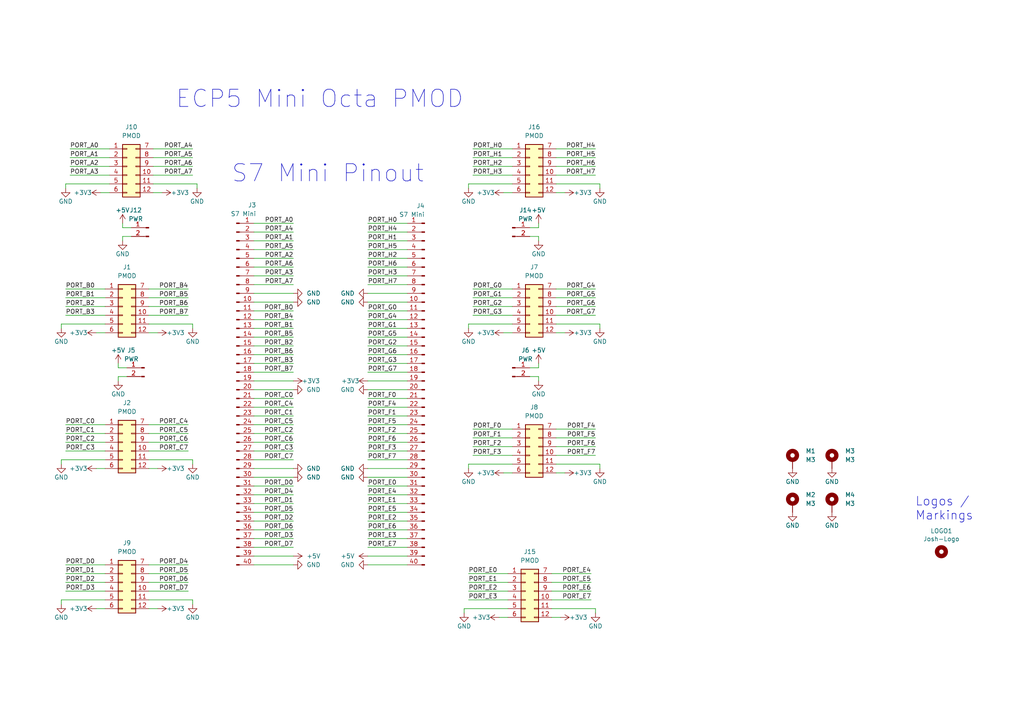
<source format=kicad_sch>
(kicad_sch (version 20200828) (generator eeschema)
  (page 1 1)
  (paper "A4")
  (title_block (title "Quad PMOD") (date "2020-09-20") (rev "0.1"))
  (lib_symbols
    (symbol "Connector:Conn_01x02_Male" (pin_names (offset 1.016) hide)
      (property "Reference" "J" (at 0 2.54 0))
      (property "Value" "Conn_01x02_Male" (at 0 -5.08 0))
      (symbol "Conn_01x02_Male_1_1"
        (pin passive line (at 5.08 0 180) (length 3.81) (name "Pin_1") (number "1"))
        (pin passive line (at 5.08 -2.54 180) (length 3.81) (name "Pin_2") (number "2"))
      )
    )
    (symbol "Connector:Conn_01x40_Male" (pin_names (offset 1.016) hide)
      (property "Reference" "J" (at 0 50.8 0))
      (property "Value" "Conn_01x40_Male" (at 0 -53.34 0))
      (symbol "Conn_01x40_Male_1_1"
        (pin passive line (at 5.08 48.26 180) (length 3.81) (name "Pin_1") (number "1"))
        (pin passive line (at 5.08 25.4 180) (length 3.81) (name "Pin_10") (number "10"))
        (pin passive line (at 5.08 22.86 180) (length 3.81) (name "Pin_11") (number "11"))
        (pin passive line (at 5.08 20.32 180) (length 3.81) (name "Pin_12") (number "12"))
        (pin passive line (at 5.08 17.78 180) (length 3.81) (name "Pin_13") (number "13"))
        (pin passive line (at 5.08 15.24 180) (length 3.81) (name "Pin_14") (number "14"))
        (pin passive line (at 5.08 12.7 180) (length 3.81) (name "Pin_15") (number "15"))
        (pin passive line (at 5.08 10.16 180) (length 3.81) (name "Pin_16") (number "16"))
        (pin passive line (at 5.08 7.62 180) (length 3.81) (name "Pin_17") (number "17"))
        (pin passive line (at 5.08 5.08 180) (length 3.81) (name "Pin_18") (number "18"))
        (pin passive line (at 5.08 2.54 180) (length 3.81) (name "Pin_19") (number "19"))
        (pin passive line (at 5.08 45.72 180) (length 3.81) (name "Pin_2") (number "2"))
        (pin passive line (at 5.08 0 180) (length 3.81) (name "Pin_20") (number "20"))
        (pin passive line (at 5.08 -2.54 180) (length 3.81) (name "Pin_21") (number "21"))
        (pin passive line (at 5.08 -5.08 180) (length 3.81) (name "Pin_22") (number "22"))
        (pin passive line (at 5.08 -7.62 180) (length 3.81) (name "Pin_23") (number "23"))
        (pin passive line (at 5.08 -10.16 180) (length 3.81) (name "Pin_24") (number "24"))
        (pin passive line (at 5.08 -12.7 180) (length 3.81) (name "Pin_25") (number "25"))
        (pin passive line (at 5.08 -15.24 180) (length 3.81) (name "Pin_26") (number "26"))
        (pin passive line (at 5.08 -17.78 180) (length 3.81) (name "Pin_27") (number "27"))
        (pin passive line (at 5.08 -20.32 180) (length 3.81) (name "Pin_28") (number "28"))
        (pin passive line (at 5.08 -22.86 180) (length 3.81) (name "Pin_29") (number "29"))
        (pin passive line (at 5.08 43.18 180) (length 3.81) (name "Pin_3") (number "3"))
        (pin passive line (at 5.08 -25.4 180) (length 3.81) (name "Pin_30") (number "30"))
        (pin passive line (at 5.08 -27.94 180) (length 3.81) (name "Pin_31") (number "31"))
        (pin passive line (at 5.08 -30.48 180) (length 3.81) (name "Pin_32") (number "32"))
        (pin passive line (at 5.08 -33.02 180) (length 3.81) (name "Pin_33") (number "33"))
        (pin passive line (at 5.08 -35.56 180) (length 3.81) (name "Pin_34") (number "34"))
        (pin passive line (at 5.08 -38.1 180) (length 3.81) (name "Pin_35") (number "35"))
        (pin passive line (at 5.08 -40.64 180) (length 3.81) (name "Pin_36") (number "36"))
        (pin passive line (at 5.08 -43.18 180) (length 3.81) (name "Pin_37") (number "37"))
        (pin passive line (at 5.08 -45.72 180) (length 3.81) (name "Pin_38") (number "38"))
        (pin passive line (at 5.08 -48.26 180) (length 3.81) (name "Pin_39") (number "39"))
        (pin passive line (at 5.08 40.64 180) (length 3.81) (name "Pin_4") (number "4"))
        (pin passive line (at 5.08 -50.8 180) (length 3.81) (name "Pin_40") (number "40"))
        (pin passive line (at 5.08 38.1 180) (length 3.81) (name "Pin_5") (number "5"))
        (pin passive line (at 5.08 35.56 180) (length 3.81) (name "Pin_6") (number "6"))
        (pin passive line (at 5.08 33.02 180) (length 3.81) (name "Pin_7") (number "7"))
        (pin passive line (at 5.08 30.48 180) (length 3.81) (name "Pin_8") (number "8"))
        (pin passive line (at 5.08 27.94 180) (length 3.81) (name "Pin_9") (number "9"))
      )
    )
    (symbol "Connector:Conn_01x40_Male_1" (pin_names (offset 1.016) hide)
      (property "Reference" "J" (at 0 50.8 0))
      (property "Value" "Conn_01x40_Male" (at 0 -53.34 0))
      (symbol "Conn_01x40_Male_1_1_1"
        (pin passive line (at 5.08 48.26 180) (length 3.81) (name "Pin_1") (number "1"))
        (pin passive line (at 5.08 25.4 180) (length 3.81) (name "Pin_10") (number "10"))
        (pin passive line (at 5.08 22.86 180) (length 3.81) (name "Pin_11") (number "11"))
        (pin passive line (at 5.08 20.32 180) (length 3.81) (name "Pin_12") (number "12"))
        (pin passive line (at 5.08 17.78 180) (length 3.81) (name "Pin_13") (number "13"))
        (pin passive line (at 5.08 15.24 180) (length 3.81) (name "Pin_14") (number "14"))
        (pin passive line (at 5.08 12.7 180) (length 3.81) (name "Pin_15") (number "15"))
        (pin passive line (at 5.08 10.16 180) (length 3.81) (name "Pin_16") (number "16"))
        (pin passive line (at 5.08 7.62 180) (length 3.81) (name "Pin_17") (number "17"))
        (pin passive line (at 5.08 5.08 180) (length 3.81) (name "Pin_18") (number "18"))
        (pin passive line (at 5.08 2.54 180) (length 3.81) (name "Pin_19") (number "19"))
        (pin passive line (at 5.08 45.72 180) (length 3.81) (name "Pin_2") (number "2"))
        (pin passive line (at 5.08 0 180) (length 3.81) (name "Pin_20") (number "20"))
        (pin passive line (at 5.08 -2.54 180) (length 3.81) (name "Pin_21") (number "21"))
        (pin passive line (at 5.08 -5.08 180) (length 3.81) (name "Pin_22") (number "22"))
        (pin passive line (at 5.08 -7.62 180) (length 3.81) (name "Pin_23") (number "23"))
        (pin passive line (at 5.08 -10.16 180) (length 3.81) (name "Pin_24") (number "24"))
        (pin passive line (at 5.08 -12.7 180) (length 3.81) (name "Pin_25") (number "25"))
        (pin passive line (at 5.08 -15.24 180) (length 3.81) (name "Pin_26") (number "26"))
        (pin passive line (at 5.08 -17.78 180) (length 3.81) (name "Pin_27") (number "27"))
        (pin passive line (at 5.08 -20.32 180) (length 3.81) (name "Pin_28") (number "28"))
        (pin passive line (at 5.08 -22.86 180) (length 3.81) (name "Pin_29") (number "29"))
        (pin passive line (at 5.08 43.18 180) (length 3.81) (name "Pin_3") (number "3"))
        (pin passive line (at 5.08 -25.4 180) (length 3.81) (name "Pin_30") (number "30"))
        (pin passive line (at 5.08 -27.94 180) (length 3.81) (name "Pin_31") (number "31"))
        (pin passive line (at 5.08 -30.48 180) (length 3.81) (name "Pin_32") (number "32"))
        (pin passive line (at 5.08 -33.02 180) (length 3.81) (name "Pin_33") (number "33"))
        (pin passive line (at 5.08 -35.56 180) (length 3.81) (name "Pin_34") (number "34"))
        (pin passive line (at 5.08 -38.1 180) (length 3.81) (name "Pin_35") (number "35"))
        (pin passive line (at 5.08 -40.64 180) (length 3.81) (name "Pin_36") (number "36"))
        (pin passive line (at 5.08 -43.18 180) (length 3.81) (name "Pin_37") (number "37"))
        (pin passive line (at 5.08 -45.72 180) (length 3.81) (name "Pin_38") (number "38"))
        (pin passive line (at 5.08 -48.26 180) (length 3.81) (name "Pin_39") (number "39"))
        (pin passive line (at 5.08 40.64 180) (length 3.81) (name "Pin_4") (number "4"))
        (pin passive line (at 5.08 -50.8 180) (length 3.81) (name "Pin_40") (number "40"))
        (pin passive line (at 5.08 38.1 180) (length 3.81) (name "Pin_5") (number "5"))
        (pin passive line (at 5.08 35.56 180) (length 3.81) (name "Pin_6") (number "6"))
        (pin passive line (at 5.08 33.02 180) (length 3.81) (name "Pin_7") (number "7"))
        (pin passive line (at 5.08 30.48 180) (length 3.81) (name "Pin_8") (number "8"))
        (pin passive line (at 5.08 27.94 180) (length 3.81) (name "Pin_9") (number "9"))
      )
    )
    (symbol "Connector_Generic:Conn_02x06_Top_Bottom" (pin_names (offset 1.016) hide)
      (property "Reference" "J" (at 1.27 7.62 0))
      (property "Value" "Conn_02x06_Top_Bottom" (at 1.27 -10.16 0))
      (symbol "Conn_02x06_Top_Bottom_1_1"
        (pin passive line (at -5.08 5.08 0) (length 3.81) (name "Pin_1") (number "1"))
        (pin passive line (at 7.62 -2.54 180) (length 3.81) (name "Pin_10") (number "10"))
        (pin passive line (at 7.62 -5.08 180) (length 3.81) (name "Pin_11") (number "11"))
        (pin passive line (at 7.62 -7.62 180) (length 3.81) (name "Pin_12") (number "12"))
        (pin passive line (at -5.08 2.54 0) (length 3.81) (name "Pin_2") (number "2"))
        (pin passive line (at -5.08 0 0) (length 3.81) (name "Pin_3") (number "3"))
        (pin passive line (at -5.08 -2.54 0) (length 3.81) (name "Pin_4") (number "4"))
        (pin passive line (at -5.08 -5.08 0) (length 3.81) (name "Pin_5") (number "5"))
        (pin passive line (at -5.08 -7.62 0) (length 3.81) (name "Pin_6") (number "6"))
        (pin passive line (at 7.62 5.08 180) (length 3.81) (name "Pin_7") (number "7"))
        (pin passive line (at 7.62 2.54 180) (length 3.81) (name "Pin_8") (number "8"))
        (pin passive line (at 7.62 0 180) (length 3.81) (name "Pin_9") (number "9"))
      )
    )
    (symbol "Mechanical:MountingHole" (pin_names (offset 1.016))
      (property "Reference" "H" (at 0 5.08 0))
      (property "Value" "MountingHole" (at 0 3.175 0))
    )
    (symbol "Mechanical:MountingHole_Pad" (pin_numbers hide) (pin_names (offset 1.016) hide)
      (property "Reference" "H" (at 0 6.35 0))
      (property "Value" "MountingHole_Pad" (at 0 4.445 0))
      (symbol "MountingHole_Pad_1_1"
        (pin input line (at 0 -2.54 90) (length 2.54) (name "1") (number "1"))
      )
    )
    (symbol "power:+3V3" (power) (pin_names (offset 0))
      (property "Value" "+3V3" (at 0 3.556 0))
      (symbol "+3V3_1_1"
        (pin power_in line (at 0 0 90) (length 0) hide (name "+3V3") (number "1"))
      )
    )
    (symbol "power:+5V" (power) (pin_names (offset 0))
      (property "Value" "+5V" (at 0 3.556 0))
      (symbol "+5V_1_1"
        (pin power_in line (at 0 0 90) (length 0) hide (name "+5V") (number "1"))
      )
    )
    (symbol "power:GND" (power) (pin_names (offset 0))
      (property "Value" "GND" (at 0 -3.81 0))
      (symbol "GND_1_1"
        (pin power_in line (at 0 0 270) (length 0) hide (name "GND") (number "1"))
      )
    )
  )
  (bus_alias "SD" (members "SD_DAT[0..3]" "SD_CMD" "SD_CLK" "SD_DET"))
  (bus_alias "USB" (members "USB_D-" "USB_D+" "USB_PU"))
  (bus_alias "HYPERRAM" (members "HR_nRST" "HR_nCS" "HR_CK_N" "HR_RWDS" "HR_DQ[0..7]" "HR_CK"))
  (bus_alias "LED" (members "LED_[0..7]" "LED_R" "LED_G" "LED_B"))
  (wire (pts (xy 17.78 93.98) (xy 17.78 95.25)))
  (wire (pts (xy 17.78 93.98) (xy 30.48 93.98)))
  (wire (pts (xy 17.78 133.35) (xy 17.78 134.62)))
  (wire (pts (xy 17.78 133.35) (xy 30.48 133.35)))
  (wire (pts (xy 17.78 173.99) (xy 17.78 175.26)))
  (wire (pts (xy 17.78 173.99) (xy 30.48 173.99)))
  (wire (pts (xy 19.05 53.34) (xy 19.05 54.61)))
  (wire (pts (xy 19.05 53.34) (xy 31.75 53.34)))
  (wire (pts (xy 27.94 96.52) (xy 30.48 96.52)))
  (wire (pts (xy 27.94 135.89) (xy 30.48 135.89)))
  (wire (pts (xy 27.94 176.53) (xy 30.48 176.53)))
  (wire (pts (xy 29.21 55.88) (xy 31.75 55.88)))
  (wire (pts (xy 30.48 83.82) (xy 19.05 83.82)))
  (wire (pts (xy 30.48 86.36) (xy 19.05 86.36)))
  (wire (pts (xy 30.48 88.9) (xy 19.05 88.9)))
  (wire (pts (xy 30.48 91.44) (xy 19.05 91.44)))
  (wire (pts (xy 30.48 123.19) (xy 19.05 123.19)))
  (wire (pts (xy 30.48 125.73) (xy 19.05 125.73)))
  (wire (pts (xy 30.48 128.27) (xy 19.05 128.27)))
  (wire (pts (xy 30.48 130.81) (xy 19.05 130.81)))
  (wire (pts (xy 30.48 163.83) (xy 19.05 163.83)))
  (wire (pts (xy 30.48 166.37) (xy 19.05 166.37)))
  (wire (pts (xy 30.48 168.91) (xy 19.05 168.91)))
  (wire (pts (xy 30.48 171.45) (xy 19.05 171.45)))
  (wire (pts (xy 31.75 43.18) (xy 20.32 43.18)))
  (wire (pts (xy 31.75 45.72) (xy 20.32 45.72)))
  (wire (pts (xy 31.75 48.26) (xy 20.32 48.26)))
  (wire (pts (xy 31.75 50.8) (xy 20.32 50.8)))
  (wire (pts (xy 34.29 105.41) (xy 34.29 106.68)))
  (wire (pts (xy 34.29 106.68) (xy 36.83 106.68)))
  (wire (pts (xy 34.29 109.22) (xy 34.29 110.49)))
  (wire (pts (xy 35.56 64.77) (xy 35.56 66.04)))
  (wire (pts (xy 35.56 66.04) (xy 38.1 66.04)))
  (wire (pts (xy 35.56 68.58) (xy 35.56 69.85)))
  (wire (pts (xy 36.83 109.22) (xy 34.29 109.22)))
  (wire (pts (xy 38.1 68.58) (xy 35.56 68.58)))
  (wire (pts (xy 43.18 83.82) (xy 54.61 83.82)))
  (wire (pts (xy 43.18 86.36) (xy 54.61 86.36)))
  (wire (pts (xy 43.18 88.9) (xy 54.61 88.9)))
  (wire (pts (xy 43.18 91.44) (xy 54.61 91.44)))
  (wire (pts (xy 43.18 93.98) (xy 55.88 93.98)))
  (wire (pts (xy 43.18 96.52) (xy 45.72 96.52)))
  (wire (pts (xy 43.18 123.19) (xy 54.61 123.19)))
  (wire (pts (xy 43.18 125.73) (xy 54.61 125.73)))
  (wire (pts (xy 43.18 128.27) (xy 54.61 128.27)))
  (wire (pts (xy 43.18 130.81) (xy 54.61 130.81)))
  (wire (pts (xy 43.18 133.35) (xy 55.88 133.35)))
  (wire (pts (xy 43.18 135.89) (xy 45.72 135.89)))
  (wire (pts (xy 43.18 163.83) (xy 54.61 163.83)))
  (wire (pts (xy 43.18 166.37) (xy 54.61 166.37)))
  (wire (pts (xy 43.18 168.91) (xy 54.61 168.91)))
  (wire (pts (xy 43.18 171.45) (xy 54.61 171.45)))
  (wire (pts (xy 43.18 173.99) (xy 55.88 173.99)))
  (wire (pts (xy 43.18 176.53) (xy 45.72 176.53)))
  (wire (pts (xy 44.45 43.18) (xy 55.88 43.18)))
  (wire (pts (xy 44.45 45.72) (xy 55.88 45.72)))
  (wire (pts (xy 44.45 48.26) (xy 55.88 48.26)))
  (wire (pts (xy 44.45 50.8) (xy 55.88 50.8)))
  (wire (pts (xy 44.45 53.34) (xy 57.15 53.34)))
  (wire (pts (xy 44.45 55.88) (xy 46.99 55.88)))
  (wire (pts (xy 55.88 93.98) (xy 55.88 95.25)))
  (wire (pts (xy 55.88 133.35) (xy 55.88 134.62)))
  (wire (pts (xy 55.88 173.99) (xy 55.88 175.26)))
  (wire (pts (xy 57.15 53.34) (xy 57.15 54.61)))
  (wire (pts (xy 73.66 64.77) (xy 85.09 64.77)))
  (wire (pts (xy 73.66 67.31) (xy 85.09 67.31)))
  (wire (pts (xy 73.66 69.85) (xy 85.09 69.85)))
  (wire (pts (xy 73.66 72.39) (xy 85.09 72.39)))
  (wire (pts (xy 73.66 74.93) (xy 85.09 74.93)))
  (wire (pts (xy 73.66 77.47) (xy 85.09 77.47)))
  (wire (pts (xy 73.66 80.01) (xy 85.09 80.01)))
  (wire (pts (xy 73.66 82.55) (xy 85.09 82.55)))
  (wire (pts (xy 73.66 85.09) (xy 85.09 85.09)))
  (wire (pts (xy 73.66 87.63) (xy 85.09 87.63)))
  (wire (pts (xy 73.66 90.17) (xy 85.09 90.17)))
  (wire (pts (xy 73.66 92.71) (xy 85.09 92.71)))
  (wire (pts (xy 73.66 95.25) (xy 85.09 95.25)))
  (wire (pts (xy 73.66 97.79) (xy 85.09 97.79)))
  (wire (pts (xy 73.66 100.33) (xy 85.09 100.33)))
  (wire (pts (xy 73.66 102.87) (xy 85.09 102.87)))
  (wire (pts (xy 73.66 105.41) (xy 85.09 105.41)))
  (wire (pts (xy 73.66 107.95) (xy 85.09 107.95)))
  (wire (pts (xy 73.66 110.49) (xy 85.09 110.49)))
  (wire (pts (xy 73.66 113.03) (xy 85.09 113.03)))
  (wire (pts (xy 73.66 115.57) (xy 85.09 115.57)))
  (wire (pts (xy 73.66 118.11) (xy 85.09 118.11)))
  (wire (pts (xy 73.66 120.65) (xy 85.09 120.65)))
  (wire (pts (xy 73.66 123.19) (xy 85.09 123.19)))
  (wire (pts (xy 73.66 125.73) (xy 85.09 125.73)))
  (wire (pts (xy 73.66 128.27) (xy 85.09 128.27)))
  (wire (pts (xy 73.66 130.81) (xy 85.09 130.81)))
  (wire (pts (xy 73.66 133.35) (xy 85.09 133.35)))
  (wire (pts (xy 73.66 135.89) (xy 85.09 135.89)))
  (wire (pts (xy 73.66 138.43) (xy 85.09 138.43)))
  (wire (pts (xy 73.66 140.97) (xy 85.09 140.97)))
  (wire (pts (xy 73.66 143.51) (xy 85.09 143.51)))
  (wire (pts (xy 73.66 146.05) (xy 85.09 146.05)))
  (wire (pts (xy 73.66 148.59) (xy 85.09 148.59)))
  (wire (pts (xy 73.66 151.13) (xy 85.09 151.13)))
  (wire (pts (xy 73.66 153.67) (xy 85.09 153.67)))
  (wire (pts (xy 73.66 156.21) (xy 85.09 156.21)))
  (wire (pts (xy 73.66 158.75) (xy 85.09 158.75)))
  (wire (pts (xy 73.66 161.29) (xy 85.09 161.29)))
  (wire (pts (xy 73.66 163.83) (xy 85.09 163.83)))
  (wire (pts (xy 106.68 64.77) (xy 118.11 64.77)))
  (wire (pts (xy 106.68 67.31) (xy 118.11 67.31)))
  (wire (pts (xy 106.68 69.85) (xy 118.11 69.85)))
  (wire (pts (xy 106.68 72.39) (xy 118.11 72.39)))
  (wire (pts (xy 106.68 74.93) (xy 118.11 74.93)))
  (wire (pts (xy 106.68 77.47) (xy 118.11 77.47)))
  (wire (pts (xy 106.68 80.01) (xy 118.11 80.01)))
  (wire (pts (xy 106.68 82.55) (xy 118.11 82.55)))
  (wire (pts (xy 106.68 85.09) (xy 118.11 85.09)))
  (wire (pts (xy 106.68 87.63) (xy 118.11 87.63)))
  (wire (pts (xy 106.68 90.17) (xy 118.11 90.17)))
  (wire (pts (xy 106.68 92.71) (xy 118.11 92.71)))
  (wire (pts (xy 106.68 95.25) (xy 118.11 95.25)))
  (wire (pts (xy 106.68 97.79) (xy 118.11 97.79)))
  (wire (pts (xy 106.68 100.33) (xy 118.11 100.33)))
  (wire (pts (xy 106.68 102.87) (xy 118.11 102.87)))
  (wire (pts (xy 106.68 105.41) (xy 118.11 105.41)))
  (wire (pts (xy 106.68 107.95) (xy 118.11 107.95)))
  (wire (pts (xy 106.68 110.49) (xy 118.11 110.49)))
  (wire (pts (xy 106.68 113.03) (xy 118.11 113.03)))
  (wire (pts (xy 106.68 115.57) (xy 118.11 115.57)))
  (wire (pts (xy 106.68 118.11) (xy 118.11 118.11)))
  (wire (pts (xy 106.68 120.65) (xy 118.11 120.65)))
  (wire (pts (xy 106.68 123.19) (xy 118.11 123.19)))
  (wire (pts (xy 106.68 125.73) (xy 118.11 125.73)))
  (wire (pts (xy 106.68 128.27) (xy 118.11 128.27)))
  (wire (pts (xy 106.68 130.81) (xy 118.11 130.81)))
  (wire (pts (xy 106.68 133.35) (xy 118.11 133.35)))
  (wire (pts (xy 106.68 135.89) (xy 118.11 135.89)))
  (wire (pts (xy 106.68 138.43) (xy 118.11 138.43)))
  (wire (pts (xy 106.68 140.97) (xy 118.11 140.97)))
  (wire (pts (xy 106.68 143.51) (xy 118.11 143.51)))
  (wire (pts (xy 106.68 146.05) (xy 118.11 146.05)))
  (wire (pts (xy 106.68 148.59) (xy 118.11 148.59)))
  (wire (pts (xy 106.68 151.13) (xy 118.11 151.13)))
  (wire (pts (xy 106.68 153.67) (xy 118.11 153.67)))
  (wire (pts (xy 106.68 156.21) (xy 118.11 156.21)))
  (wire (pts (xy 106.68 158.75) (xy 118.11 158.75)))
  (wire (pts (xy 106.68 161.29) (xy 118.11 161.29)))
  (wire (pts (xy 106.68 163.83) (xy 118.11 163.83)))
  (wire (pts (xy 134.62 176.53) (xy 134.62 177.8)))
  (wire (pts (xy 134.62 176.53) (xy 147.32 176.53)))
  (wire (pts (xy 135.89 53.34) (xy 135.89 54.61)))
  (wire (pts (xy 135.89 53.34) (xy 148.59 53.34)))
  (wire (pts (xy 135.89 93.98) (xy 135.89 95.25)))
  (wire (pts (xy 135.89 93.98) (xy 148.59 93.98)))
  (wire (pts (xy 135.89 134.62) (xy 135.89 135.89)))
  (wire (pts (xy 135.89 134.62) (xy 148.59 134.62)))
  (wire (pts (xy 144.78 179.07) (xy 147.32 179.07)))
  (wire (pts (xy 146.05 55.88) (xy 148.59 55.88)))
  (wire (pts (xy 146.05 96.52) (xy 148.59 96.52)))
  (wire (pts (xy 146.05 137.16) (xy 148.59 137.16)))
  (wire (pts (xy 147.32 166.37) (xy 135.89 166.37)))
  (wire (pts (xy 147.32 168.91) (xy 135.89 168.91)))
  (wire (pts (xy 147.32 171.45) (xy 135.89 171.45)))
  (wire (pts (xy 147.32 173.99) (xy 135.89 173.99)))
  (wire (pts (xy 148.59 43.18) (xy 137.16 43.18)))
  (wire (pts (xy 148.59 45.72) (xy 137.16 45.72)))
  (wire (pts (xy 148.59 48.26) (xy 137.16 48.26)))
  (wire (pts (xy 148.59 50.8) (xy 137.16 50.8)))
  (wire (pts (xy 148.59 83.82) (xy 137.16 83.82)))
  (wire (pts (xy 148.59 86.36) (xy 137.16 86.36)))
  (wire (pts (xy 148.59 88.9) (xy 137.16 88.9)))
  (wire (pts (xy 148.59 91.44) (xy 137.16 91.44)))
  (wire (pts (xy 148.59 124.46) (xy 137.16 124.46)))
  (wire (pts (xy 148.59 127) (xy 137.16 127)))
  (wire (pts (xy 148.59 129.54) (xy 137.16 129.54)))
  (wire (pts (xy 148.59 132.08) (xy 137.16 132.08)))
  (wire (pts (xy 153.67 68.58) (xy 156.21 68.58)))
  (wire (pts (xy 153.67 109.22) (xy 156.21 109.22)))
  (wire (pts (xy 156.21 64.77) (xy 156.21 66.04)))
  (wire (pts (xy 156.21 66.04) (xy 153.67 66.04)))
  (wire (pts (xy 156.21 68.58) (xy 156.21 69.85)))
  (wire (pts (xy 156.21 105.41) (xy 156.21 106.68)))
  (wire (pts (xy 156.21 106.68) (xy 153.67 106.68)))
  (wire (pts (xy 156.21 109.22) (xy 156.21 110.49)))
  (wire (pts (xy 160.02 166.37) (xy 171.45 166.37)))
  (wire (pts (xy 160.02 168.91) (xy 171.45 168.91)))
  (wire (pts (xy 160.02 171.45) (xy 171.45 171.45)))
  (wire (pts (xy 160.02 173.99) (xy 171.45 173.99)))
  (wire (pts (xy 160.02 176.53) (xy 172.72 176.53)))
  (wire (pts (xy 160.02 179.07) (xy 162.56 179.07)))
  (wire (pts (xy 161.29 43.18) (xy 172.72 43.18)))
  (wire (pts (xy 161.29 45.72) (xy 172.72 45.72)))
  (wire (pts (xy 161.29 48.26) (xy 172.72 48.26)))
  (wire (pts (xy 161.29 50.8) (xy 172.72 50.8)))
  (wire (pts (xy 161.29 53.34) (xy 173.99 53.34)))
  (wire (pts (xy 161.29 55.88) (xy 163.83 55.88)))
  (wire (pts (xy 161.29 83.82) (xy 172.72 83.82)))
  (wire (pts (xy 161.29 86.36) (xy 172.72 86.36)))
  (wire (pts (xy 161.29 88.9) (xy 172.72 88.9)))
  (wire (pts (xy 161.29 91.44) (xy 172.72 91.44)))
  (wire (pts (xy 161.29 93.98) (xy 173.99 93.98)))
  (wire (pts (xy 161.29 96.52) (xy 163.83 96.52)))
  (wire (pts (xy 161.29 124.46) (xy 172.72 124.46)))
  (wire (pts (xy 161.29 127) (xy 172.72 127)))
  (wire (pts (xy 161.29 129.54) (xy 172.72 129.54)))
  (wire (pts (xy 161.29 132.08) (xy 172.72 132.08)))
  (wire (pts (xy 161.29 134.62) (xy 173.99 134.62)))
  (wire (pts (xy 161.29 137.16) (xy 163.83 137.16)))
  (wire (pts (xy 172.72 176.53) (xy 172.72 177.8)))
  (wire (pts (xy 173.99 53.34) (xy 173.99 54.61)))
  (wire (pts (xy 173.99 93.98) (xy 173.99 95.25)))
  (wire (pts (xy 173.99 134.62) (xy 173.99 135.89)))
  (text "S7 Mini Pinout" (at 123.19 53.34 180) (effects (font (size 5 5)) (justify right bottom)))
  (text "ECP5 Mini Octa PMOD" (at 134.62 31.75 180) (effects (font (size 5 5)) (justify right bottom)))
  (text "Logos / \nMarkings" (at 265.43 151.13 0) (effects (font (size 2.54 2.54)) (justify left bottom)))
  (label "PORT_B0" (at 19.05 83.82 0))
  (label "PORT_B1" (at 19.05 86.36 0))
  (label "PORT_B2" (at 19.05 88.9 0))
  (label "PORT_B3" (at 19.05 91.44 0))
  (label "PORT_C0" (at 19.05 123.19 0))
  (label "PORT_C1" (at 19.05 125.73 0))
  (label "PORT_C2" (at 19.05 128.27 0))
  (label "PORT_C3" (at 19.05 130.81 0))
  (label "PORT_D0" (at 19.05 163.83 0))
  (label "PORT_D1" (at 19.05 166.37 0))
  (label "PORT_D2" (at 19.05 168.91 0))
  (label "PORT_D3" (at 19.05 171.45 0))
  (label "PORT_A0" (at 20.32 43.18 0))
  (label "PORT_A1" (at 20.32 45.72 0))
  (label "PORT_A2" (at 20.32 48.26 0))
  (label "PORT_A3" (at 20.32 50.8 0))
  (label "PORT_B4" (at 54.61 83.82 180))
  (label "PORT_B5" (at 54.61 86.36 180))
  (label "PORT_B6" (at 54.61 88.9 180))
  (label "PORT_B7" (at 54.61 91.44 180))
  (label "PORT_C4" (at 54.61 123.19 180))
  (label "PORT_C5" (at 54.61 125.73 180))
  (label "PORT_C6" (at 54.61 128.27 180))
  (label "PORT_C7" (at 54.61 130.81 180))
  (label "PORT_D4" (at 54.61 163.83 180))
  (label "PORT_D5" (at 54.61 166.37 180))
  (label "PORT_D6" (at 54.61 168.91 180))
  (label "PORT_D7" (at 54.61 171.45 180))
  (label "PORT_A4" (at 55.88 43.18 180))
  (label "PORT_A5" (at 55.88 45.72 180))
  (label "PORT_A6" (at 55.88 48.26 180))
  (label "PORT_A7" (at 55.88 50.8 180))
  (label "PORT_A0" (at 85.09 64.77 180))
  (label "PORT_A4" (at 85.09 67.31 180))
  (label "PORT_A1" (at 85.09 69.85 180))
  (label "PORT_A5" (at 85.09 72.39 180))
  (label "PORT_A2" (at 85.09 74.93 180))
  (label "PORT_A6" (at 85.09 77.47 180))
  (label "PORT_A3" (at 85.09 80.01 180))
  (label "PORT_A7" (at 85.09 82.55 180))
  (label "PORT_B0" (at 85.09 90.17 180))
  (label "PORT_B4" (at 85.09 92.71 180))
  (label "PORT_B1" (at 85.09 95.25 180))
  (label "PORT_B5" (at 85.09 97.79 180))
  (label "PORT_B2" (at 85.09 100.33 180))
  (label "PORT_B6" (at 85.09 102.87 180))
  (label "PORT_B3" (at 85.09 105.41 180))
  (label "PORT_B7" (at 85.09 107.95 180))
  (label "PORT_C0" (at 85.09 115.57 180))
  (label "PORT_C4" (at 85.09 118.11 180))
  (label "PORT_C1" (at 85.09 120.65 180))
  (label "PORT_C5" (at 85.09 123.19 180))
  (label "PORT_C2" (at 85.09 125.73 180))
  (label "PORT_C6" (at 85.09 128.27 180))
  (label "PORT_C3" (at 85.09 130.81 180))
  (label "PORT_C7" (at 85.09 133.35 180))
  (label "PORT_D0" (at 85.09 140.97 180))
  (label "PORT_D4" (at 85.09 143.51 180))
  (label "PORT_D1" (at 85.09 146.05 180))
  (label "PORT_D5" (at 85.09 148.59 180))
  (label "PORT_D2" (at 85.09 151.13 180))
  (label "PORT_D6" (at 85.09 153.67 180))
  (label "PORT_D3" (at 85.09 156.21 180))
  (label "PORT_D7" (at 85.09 158.75 180))
  (label "PORT_H0" (at 106.68 64.77 0))
  (label "PORT_H4" (at 106.68 67.31 0))
  (label "PORT_H1" (at 106.68 69.85 0))
  (label "PORT_H5" (at 106.68 72.39 0))
  (label "PORT_H2" (at 106.68 74.93 0))
  (label "PORT_H6" (at 106.68 77.47 0))
  (label "PORT_H3" (at 106.68 80.01 0))
  (label "PORT_H7" (at 106.68 82.55 0))
  (label "PORT_G0" (at 106.68 90.17 0))
  (label "PORT_G4" (at 106.68 92.71 0))
  (label "PORT_G1" (at 106.68 95.25 0))
  (label "PORT_G5" (at 106.68 97.79 0))
  (label "PORT_G2" (at 106.68 100.33 0))
  (label "PORT_G6" (at 106.68 102.87 0))
  (label "PORT_G3" (at 106.68 105.41 0))
  (label "PORT_G7" (at 106.68 107.95 0))
  (label "PORT_F0" (at 106.68 115.57 0))
  (label "PORT_F4" (at 106.68 118.11 0))
  (label "PORT_F1" (at 106.68 120.65 0))
  (label "PORT_F5" (at 106.68 123.19 0))
  (label "PORT_F2" (at 106.68 125.73 0))
  (label "PORT_F6" (at 106.68 128.27 0))
  (label "PORT_F3" (at 106.68 130.81 0))
  (label "PORT_F7" (at 106.68 133.35 0))
  (label "PORT_E0" (at 106.68 140.97 0))
  (label "PORT_E4" (at 106.68 143.51 0))
  (label "PORT_E1" (at 106.68 146.05 0))
  (label "PORT_E5" (at 106.68 148.59 0))
  (label "PORT_E2" (at 106.68 151.13 0))
  (label "PORT_E6" (at 106.68 153.67 0))
  (label "PORT_E3" (at 106.68 156.21 0))
  (label "PORT_E7" (at 106.68 158.75 0))
  (label "PORT_E0" (at 135.89 166.37 0))
  (label "PORT_E1" (at 135.89 168.91 0))
  (label "PORT_E2" (at 135.89 171.45 0))
  (label "PORT_E3" (at 135.89 173.99 0))
  (label "PORT_H0" (at 137.16 43.18 0))
  (label "PORT_H1" (at 137.16 45.72 0))
  (label "PORT_H2" (at 137.16 48.26 0))
  (label "PORT_H3" (at 137.16 50.8 0))
  (label "PORT_G0" (at 137.16 83.82 0))
  (label "PORT_G1" (at 137.16 86.36 0))
  (label "PORT_G2" (at 137.16 88.9 0))
  (label "PORT_G3" (at 137.16 91.44 0))
  (label "PORT_F0" (at 137.16 124.46 0))
  (label "PORT_F1" (at 137.16 127 0))
  (label "PORT_F2" (at 137.16 129.54 0))
  (label "PORT_F3" (at 137.16 132.08 0))
  (label "PORT_E4" (at 171.45 166.37 180))
  (label "PORT_E5" (at 171.45 168.91 180))
  (label "PORT_E6" (at 171.45 171.45 180))
  (label "PORT_E7" (at 171.45 173.99 180))
  (label "PORT_H4" (at 172.72 43.18 180))
  (label "PORT_H5" (at 172.72 45.72 180))
  (label "PORT_H6" (at 172.72 48.26 180))
  (label "PORT_H7" (at 172.72 50.8 180))
  (label "PORT_G4" (at 172.72 83.82 180))
  (label "PORT_G5" (at 172.72 86.36 180))
  (label "PORT_G6" (at 172.72 88.9 180))
  (label "PORT_G7" (at 172.72 91.44 180))
  (label "PORT_F4" (at 172.72 124.46 180))
  (label "PORT_F5" (at 172.72 127 180))
  (label "PORT_F6" (at 172.72 129.54 180))
  (label "PORT_F7" (at 172.72 132.08 180))
  (symbol (lib_id "power:+3V3") (at 27.94 96.52 90) (unit 1)
    (property "Reference" "#PWR0139" (effects hide))
    (property "Value" "+3V3" (at 25.4 96.52 90) (effects (justify left)))
  )
  (symbol (lib_id "power:+3V3") (at 27.94 135.89 90) (unit 1)
    (property "Reference" "#PWR0145" (effects hide))
    (property "Value" "+3V3" (at 25.4 135.89 90) (effects (justify left)))
  )
  (symbol (lib_id "power:+3V3") (at 27.94 176.53 90) (unit 1)
    (property "Reference" "#PWR0136" (effects hide))
    (property "Value" "+3V3" (at 25.4 176.53 90) (effects (justify left)))
  )
  (symbol (lib_id "power:+3V3") (at 29.21 55.88 90) (unit 1)
    (property "Reference" "#PWR0130" (effects hide))
    (property "Value" "+3V3" (at 26.67 55.88 90) (effects (justify left)))
  )
  (symbol (lib_id "power:+5V") (at 34.29 105.41 0) (mirror y) (unit 1)
    (property "Reference" "#PWR0110" (effects hide))
    (property "Value" "+5V" (at 34.29 101.6 0))
  )
  (symbol (lib_id "power:+5V") (at 35.56 64.77 0) (mirror y) (unit 1)
    (property "Reference" "#PWR0128" (effects hide))
    (property "Value" "+5V" (at 35.56 60.96 0))
  )
  (symbol (lib_id "power:+3V3") (at 45.72 96.52 270) (unit 1)
    (property "Reference" "#PWR0138" (effects hide))
    (property "Value" "+3V3" (at 48.26 96.52 90) (effects (justify left)))
  )
  (symbol (lib_id "power:+3V3") (at 45.72 135.89 270) (unit 1)
    (property "Reference" "#PWR0141" (effects hide))
    (property "Value" "+3V3" (at 48.26 135.89 90) (effects (justify left)))
  )
  (symbol (lib_id "power:+3V3") (at 45.72 176.53 270) (unit 1)
    (property "Reference" "#PWR0133" (effects hide))
    (property "Value" "+3V3" (at 48.26 176.53 90) (effects (justify left)))
  )
  (symbol (lib_id "power:+3V3") (at 46.99 55.88 270) (unit 1)
    (property "Reference" "#PWR0127" (effects hide))
    (property "Value" "+3V3" (at 49.53 55.88 90) (effects (justify left)))
  )
  (symbol (lib_id "power:+3V3") (at 85.09 110.49 270) (unit 1)
    (property "Reference" "#PWR0154" (effects hide))
    (property "Value" "+3V3" (at 90.17 110.49 90))
  )
  (symbol (lib_id "power:+5V") (at 85.09 161.29 270) (unit 1)
    (property "Reference" "#PWR0153" (effects hide))
    (property "Value" "+5V" (at 88.9 161.29 90) (effects (justify left)))
  )
  (symbol (lib_id "power:+3V3") (at 106.68 110.49 90) (mirror x) (unit 1)
    (property "Reference" "#PWR0159" (effects hide))
    (property "Value" "+3V3" (at 101.6 110.49 90))
  )
  (symbol (lib_id "power:+5V") (at 106.68 161.29 90) (unit 1)
    (property "Reference" "#PWR0152" (effects hide))
    (property "Value" "+5V" (at 102.87 161.29 90) (effects (justify left)))
  )
  (symbol (lib_id "power:+3V3") (at 144.78 179.07 90) (unit 1)
    (property "Reference" "#PWR0124" (effects hide))
    (property "Value" "+3V3" (at 142.24 179.07 90) (effects (justify left)))
  )
  (symbol (lib_id "power:+3V3") (at 146.05 55.88 90) (unit 1)
    (property "Reference" "#PWR0106" (effects hide))
    (property "Value" "+3V3" (at 143.51 55.88 90) (effects (justify left)))
  )
  (symbol (lib_id "power:+3V3") (at 146.05 96.52 90) (unit 1)
    (property "Reference" "#PWR0109" (effects hide))
    (property "Value" "+3V3" (at 143.51 96.52 90) (effects (justify left)))
  )
  (symbol (lib_id "power:+3V3") (at 146.05 137.16 90) (unit 1)
    (property "Reference" "#PWR0118" (effects hide))
    (property "Value" "+3V3" (at 143.51 137.16 90) (effects (justify left)))
  )
  (symbol (lib_id "power:+5V") (at 156.21 64.77 0) (unit 1)
    (property "Reference" "#PWR0102" (effects hide))
    (property "Value" "+5V" (at 156.21 60.96 0))
  )
  (symbol (lib_id "power:+5V") (at 156.21 105.41 0) (unit 1)
    (property "Reference" "#PWR0120" (effects hide))
    (property "Value" "+5V" (at 156.21 101.6 0))
  )
  (symbol (lib_id "power:+3V3") (at 162.56 179.07 270) (unit 1)
    (property "Reference" "#PWR0122" (effects hide))
    (property "Value" "+3V3" (at 165.1 179.07 90) (effects (justify left)))
  )
  (symbol (lib_id "power:+3V3") (at 163.83 55.88 270) (unit 1)
    (property "Reference" "#PWR0101" (effects hide))
    (property "Value" "+3V3" (at 166.37 55.88 90) (effects (justify left)))
  )
  (symbol (lib_id "power:+3V3") (at 163.83 96.52 270) (unit 1)
    (property "Reference" "#PWR0112" (effects hide))
    (property "Value" "+3V3" (at 166.37 96.52 90) (effects (justify left)))
  )
  (symbol (lib_id "power:+3V3") (at 163.83 137.16 270) (unit 1)
    (property "Reference" "#PWR0117" (effects hide))
    (property "Value" "+3V3" (at 166.37 137.16 90) (effects (justify left)))
  )
  (symbol (lib_id "power:GND") (at 17.78 95.25 0) (unit 1)
    (property "Reference" "#PWR0140" (effects hide))
    (property "Value" "GND" (at 17.78 99.06 0))
  )
  (symbol (lib_id "power:GND") (at 17.78 134.62 0) (unit 1)
    (property "Reference" "#PWR0146" (effects hide))
    (property "Value" "GND" (at 17.78 138.43 0))
  )
  (symbol (lib_id "power:GND") (at 17.78 175.26 0) (unit 1)
    (property "Reference" "#PWR0137" (effects hide))
    (property "Value" "GND" (at 17.78 179.07 0))
  )
  (symbol (lib_id "power:GND") (at 19.05 54.61 0) (unit 1)
    (property "Reference" "#PWR0129" (effects hide))
    (property "Value" "GND" (at 19.05 58.42 0))
  )
  (symbol (lib_id "power:GND") (at 34.29 110.49 0) (mirror y) (unit 1)
    (property "Reference" "#PWR0104" (effects hide))
    (property "Value" "GND" (at 34.29 114.3 0))
  )
  (symbol (lib_id "power:GND") (at 35.56 69.85 0) (mirror y) (unit 1)
    (property "Reference" "#PWR0126" (effects hide))
    (property "Value" "GND" (at 35.56 73.66 0))
  )
  (symbol (lib_id "power:GND") (at 55.88 95.25 0) (unit 1)
    (property "Reference" "#PWR0131" (effects hide))
    (property "Value" "GND" (at 55.88 99.06 0))
  )
  (symbol (lib_id "power:GND") (at 55.88 134.62 0) (unit 1)
    (property "Reference" "#PWR0144" (effects hide))
    (property "Value" "GND" (at 55.88 138.43 0))
  )
  (symbol (lib_id "power:GND") (at 55.88 175.26 0) (unit 1)
    (property "Reference" "#PWR0134" (effects hide))
    (property "Value" "GND" (at 55.88 179.07 0))
  )
  (symbol (lib_id "power:GND") (at 57.15 54.61 0) (unit 1)
    (property "Reference" "#PWR0125" (effects hide))
    (property "Value" "GND" (at 57.15 58.42 0))
  )
  (symbol (lib_id "power:GND") (at 85.09 85.09 90) (unit 1)
    (property "Reference" "#PWR0156" (effects hide))
    (property "Value" "GND" (at 88.9 85.09 90) (effects (justify right)))
  )
  (symbol (lib_id "power:GND") (at 85.09 87.63 90) (unit 1)
    (property "Reference" "#PWR0155" (effects hide))
    (property "Value" "GND" (at 88.9 87.63 90) (effects (justify right)))
  )
  (symbol (lib_id "power:GND") (at 85.09 113.03 90) (unit 1)
    (property "Reference" "#PWR0160" (effects hide))
    (property "Value" "GND" (at 88.9 113.03 90) (effects (justify right)))
  )
  (symbol (lib_id "power:GND") (at 85.09 135.89 90) (unit 1)
    (property "Reference" "#PWR0164" (effects hide))
    (property "Value" "GND" (at 88.9 135.89 90) (effects (justify right)))
  )
  (symbol (lib_id "power:GND") (at 85.09 138.43 90) (unit 1)
    (property "Reference" "#PWR0162" (effects hide))
    (property "Value" "GND" (at 88.9 138.43 90) (effects (justify right)))
  )
  (symbol (lib_id "power:GND") (at 85.09 163.83 90) (unit 1)
    (property "Reference" "#PWR0143" (effects hide))
    (property "Value" "GND" (at 88.9 163.83 90) (effects (justify right)))
  )
  (symbol (lib_id "power:GND") (at 106.68 85.09 270) (unit 1)
    (property "Reference" "#PWR0158" (effects hide))
    (property "Value" "GND" (at 102.87 85.09 90) (effects (justify right)))
  )
  (symbol (lib_id "power:GND") (at 106.68 87.63 270) (unit 1)
    (property "Reference" "#PWR0157" (effects hide))
    (property "Value" "GND" (at 102.87 87.63 90) (effects (justify right)))
  )
  (symbol (lib_id "power:GND") (at 106.68 113.03 270) (mirror x) (unit 1)
    (property "Reference" "#PWR0161" (effects hide))
    (property "Value" "GND" (at 102.87 113.03 90) (effects (justify right)))
  )
  (symbol (lib_id "power:GND") (at 106.68 135.89 270) (unit 1)
    (property "Reference" "#PWR0163" (effects hide))
    (property "Value" "GND" (at 102.87 135.89 90) (effects (justify right)))
  )
  (symbol (lib_id "power:GND") (at 106.68 138.43 270) (unit 1)
    (property "Reference" "#PWR0165" (effects hide))
    (property "Value" "GND" (at 102.87 138.43 90) (effects (justify right)))
  )
  (symbol (lib_id "power:GND") (at 106.68 163.83 270) (mirror x) (unit 1)
    (property "Reference" "#PWR0142" (effects hide))
    (property "Value" "GND" (at 102.87 163.83 90) (effects (justify right)))
  )
  (symbol (lib_id "power:GND") (at 134.62 177.8 0) (unit 1)
    (property "Reference" "#PWR0123" (effects hide))
    (property "Value" "GND" (at 134.62 181.61 0))
  )
  (symbol (lib_id "power:GND") (at 135.89 54.61 0) (unit 1)
    (property "Reference" "#PWR0107" (effects hide))
    (property "Value" "GND" (at 135.89 58.42 0))
  )
  (symbol (lib_id "power:GND") (at 135.89 95.25 0) (unit 1)
    (property "Reference" "#PWR0111" (effects hide))
    (property "Value" "GND" (at 135.89 99.06 0))
  )
  (symbol (lib_id "power:GND") (at 135.89 135.89 0) (unit 1)
    (property "Reference" "#PWR0115" (effects hide))
    (property "Value" "GND" (at 135.89 139.7 0))
  )
  (symbol (lib_id "power:GND") (at 156.21 69.85 0) (unit 1)
    (property "Reference" "#PWR0105" (effects hide))
    (property "Value" "GND" (at 156.21 73.66 0))
  )
  (symbol (lib_id "power:GND") (at 156.21 110.49 0) (unit 1)
    (property "Reference" "#PWR0119" (effects hide))
    (property "Value" "GND" (at 156.21 114.3 0))
  )
  (symbol (lib_id "power:GND") (at 172.72 177.8 0) (unit 1)
    (property "Reference" "#PWR0121" (effects hide))
    (property "Value" "GND" (at 172.72 181.61 0))
  )
  (symbol (lib_id "power:GND") (at 173.99 54.61 0) (unit 1)
    (property "Reference" "#PWR0103" (effects hide))
    (property "Value" "GND" (at 173.99 58.42 0))
  )
  (symbol (lib_id "power:GND") (at 173.99 95.25 0) (unit 1)
    (property "Reference" "#PWR0113" (effects hide))
    (property "Value" "GND" (at 173.99 99.06 0))
  )
  (symbol (lib_id "power:GND") (at 173.99 135.89 0) (unit 1)
    (property "Reference" "#PWR0116" (effects hide))
    (property "Value" "GND" (at 173.99 139.7 0))
  )
  (symbol (lib_id "power:GND") (at 229.87 135.89 0) (unit 1)
    (property "Reference" "#PWR0114" (effects hide))
    (property "Value" "GND" (at 229.87 139.7 0))
  )
  (symbol (lib_id "power:GND") (at 229.87 148.59 0) (unit 1)
    (property "Reference" "#PWR0135" (effects hide))
    (property "Value" "GND" (at 229.87 152.4 0))
  )
  (symbol (lib_id "power:GND") (at 241.3 135.89 0) (unit 1)
    (property "Reference" "#PWR0132" (effects hide))
    (property "Value" "GND" (at 241.3 139.7 0))
  )
  (symbol (lib_id "power:GND") (at 241.3 148.59 0) (unit 1)
    (property "Reference" "#PWR0108" (effects hide))
    (property "Value" "GND" (at 241.3 152.4 0))
  )
  (symbol (lib_id "Mechanical:MountingHole") (at 273.05 160.02 0) (unit 1)
    (property "Reference" "LOGO1" (at 273.05 154.0002 0))
    (property "Value" "Josh-Logo" (at 273.05 156.3116 0))
    (property "Footprint" "josh-logos:josh-johnson-logo-8_6x1_5" (effects hide))
    (property "DNP" "DNP" (effects hide))
  )
  (symbol (lib_id "Mechanical:MountingHole_Pad") (at 229.87 133.35 0) (unit 1)
    (property "Reference" "M1" (at 233.68 130.81 0) (effects (justify left)))
    (property "Value" "M3" (at 233.68 133.35 0) (effects (justify left)))
    (property "Footprint" "MountingHole:MountingHole_3.2mm_M3_DIN965_Pad" (effects hide))
  )
  (symbol (lib_id "Mechanical:MountingHole_Pad") (at 229.87 146.05 0) (unit 1)
    (property "Reference" "M2" (at 233.68 143.51 0) (effects (justify left)))
    (property "Value" "M3" (at 233.68 146.05 0) (effects (justify left)))
    (property "Footprint" "MountingHole:MountingHole_3.2mm_M3_DIN965_Pad" (effects hide))
  )
  (symbol (lib_id "Mechanical:MountingHole_Pad") (at 241.3 133.35 0) (unit 1)
    (property "Reference" "M3" (at 245.11 130.81 0) (effects (justify left)))
    (property "Value" "M3" (at 245.11 133.35 0) (effects (justify left)))
    (property "Footprint" "MountingHole:MountingHole_3.2mm_M3_DIN965_Pad" (effects hide))
  )
  (symbol (lib_id "Mechanical:MountingHole_Pad") (at 241.3 146.05 0) (unit 1)
    (property "Reference" "M4" (at 245.11 143.51 0) (effects (justify left)))
    (property "Value" "M3" (at 245.11 146.05 0) (effects (justify left)))
    (property "Footprint" "MountingHole:MountingHole_3.2mm_M3_DIN965_Pad" (effects hide))
  )
  (symbol (lib_id "Connector:Conn_01x02_Male") (at 41.91 106.68 0) (mirror y) (unit 1)
    (property "Reference" "J5" (at 38.1 101.6 0))
    (property "Value" "PWR" (at 38.1 104.14 0))
    (property "Footprint" "Connector_PinSocket_2.54mm:PinSocket_1x02_P2.54mm_Vertical" (effects hide))
  )
  (symbol (lib_id "Connector:Conn_01x02_Male") (at 43.18 66.04 0) (mirror y) (unit 1)
    (property "Reference" "J12" (at 39.37 60.96 0))
    (property "Value" "PWR" (at 39.37 63.5 0))
    (property "Footprint" "Connector_PinSocket_2.54mm:PinSocket_1x02_P2.54mm_Vertical" (effects hide))
  )
  (symbol (lib_id "Connector:Conn_01x02_Male") (at 148.59 66.04 0) (unit 1)
    (property "Reference" "J14" (at 152.4 60.96 0))
    (property "Value" "PWR" (at 152.4 63.5 0))
    (property "Footprint" "Connector_PinSocket_2.54mm:PinSocket_1x02_P2.54mm_Vertical" (effects hide))
  )
  (symbol (lib_id "Connector:Conn_01x02_Male") (at 148.59 106.68 0) (unit 1)
    (property "Reference" "J6" (at 152.4 101.6 0))
    (property "Value" "PWR" (at 152.4 104.14 0))
    (property "Footprint" "Connector_PinSocket_2.54mm:PinSocket_1x02_P2.54mm_Vertical" (effects hide))
  )
  (symbol (lib_id "Connector_Generic:Conn_02x06_Top_Bottom") (at 35.56 88.9 0) (unit 1)
    (property "Reference" "J1" (at 36.83 77.47 0))
    (property "Value" "PMOD" (at 36.83 80.01 0))
    (property "Footprint" "josh-connectors:PMOD_HOST" (effects hide))
  )
  (symbol (lib_id "Connector_Generic:Conn_02x06_Top_Bottom") (at 35.56 128.27 0) (unit 1)
    (property "Reference" "J2" (at 36.83 116.84 0))
    (property "Value" "PMOD" (at 36.83 119.38 0))
    (property "Footprint" "josh-connectors:PMOD_HOST" (effects hide))
  )
  (symbol (lib_id "Connector_Generic:Conn_02x06_Top_Bottom") (at 35.56 168.91 0) (unit 1)
    (property "Reference" "J9" (at 36.83 157.48 0))
    (property "Value" "PMOD" (at 36.83 160.02 0))
    (property "Footprint" "josh-connectors:PMOD_HOST" (effects hide))
  )
  (symbol (lib_id "Connector_Generic:Conn_02x06_Top_Bottom") (at 36.83 48.26 0) (unit 1)
    (property "Reference" "J10" (at 38.1 36.83 0))
    (property "Value" "PMOD" (at 38.1 39.37 0))
    (property "Footprint" "josh-connectors:PMOD_HOST" (effects hide))
  )
  (symbol (lib_id "Connector_Generic:Conn_02x06_Top_Bottom") (at 152.4 171.45 0) (unit 1)
    (property "Reference" "J15" (at 153.67 160.02 0))
    (property "Value" "PMOD" (at 153.67 162.56 0))
    (property "Footprint" "josh-connectors:PMOD_HOST" (effects hide))
  )
  (symbol (lib_id "Connector_Generic:Conn_02x06_Top_Bottom") (at 153.67 48.26 0) (unit 1)
    (property "Reference" "J16" (at 154.94 36.83 0))
    (property "Value" "PMOD" (at 154.94 39.37 0))
    (property "Footprint" "josh-connectors:PMOD_HOST" (effects hide))
  )
  (symbol (lib_id "Connector_Generic:Conn_02x06_Top_Bottom") (at 153.67 88.9 0) (unit 1)
    (property "Reference" "J7" (at 154.94 77.47 0))
    (property "Value" "PMOD" (at 154.94 80.01 0))
    (property "Footprint" "josh-connectors:PMOD_HOST" (effects hide))
  )
  (symbol (lib_id "Connector_Generic:Conn_02x06_Top_Bottom") (at 153.67 129.54 0) (unit 1)
    (property "Reference" "J8" (at 154.94 118.11 0))
    (property "Value" "PMOD" (at 154.94 120.65 0))
    (property "Footprint" "josh-connectors:PMOD_HOST" (effects hide))
  )
  (symbol (lib_name "Connector:Conn_01x40_Male_1") (lib_id "Connector:Conn_01x40_Male") (at 68.58 113.03 0) (unit 1)
    (property "Reference" "J3" (at 74.3204 59.4868 0) (effects (justify right)))
    (property "Value" "S7 Mini" (at 74.3204 62.0268 0) (effects (justify right)))
    (property "Footprint" "josh-connectors:ECP5-Mini-Edge-40x1.27" (effects hide))
    (property "DNP" "DNP" (effects hide))
  )
  (symbol (lib_id "Connector:Conn_01x40_Male") (at 123.19 113.03 0) (mirror y) (unit 1)
    (property "Reference" "J4" (at 123.19 59.69 0) (effects (justify left)))
    (property "Value" "S7 Mini" (at 123.19 62.23 0) (effects (justify left)))
    (property "Footprint" "josh-connectors:ECP5-Mini-Edge-40x1.27" (effects hide))
    (property "DNP" "DNP" (effects hide))
  )
)
</source>
